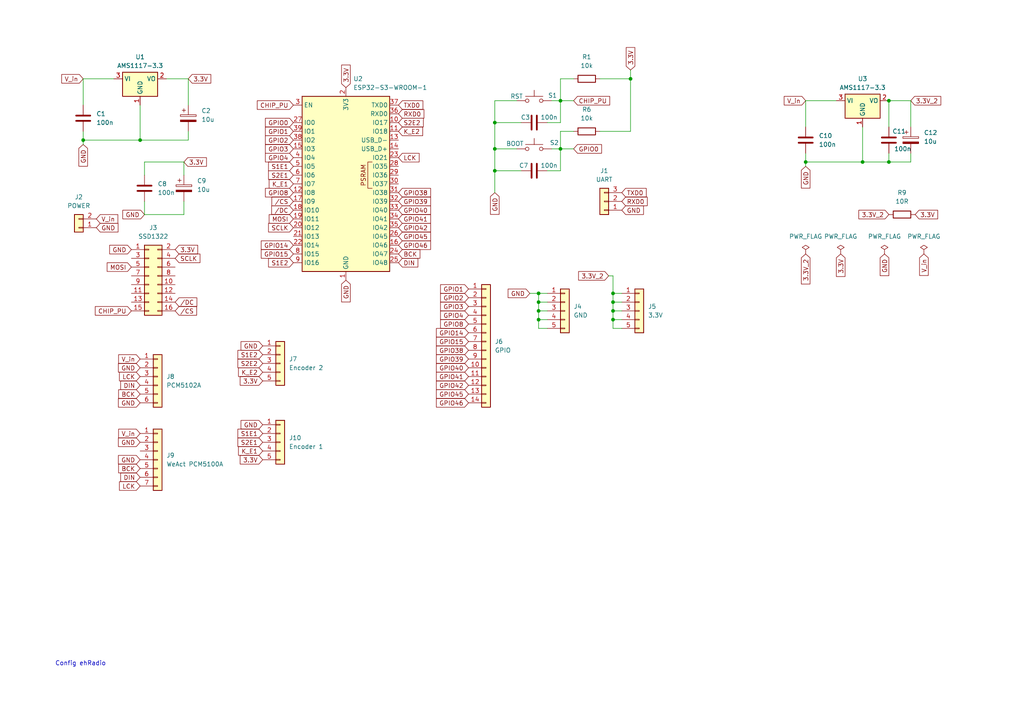
<source format=kicad_sch>
(kicad_sch (version 20250114) (generator "eeschema") (generator_version "9.0")
  (paper "A4")
  (title_block (title "YoRadio PCB"))
  (lib_symbols
    (symbol "Connector_Generic:Conn_01x02" (pin_names (offset 1.016) (hide yes))
      (property "Reference" "J" (at 0 2.54 0))
      (property "Value" "Conn_01x02" (at 0 -5.08 0))
      (symbol "Conn_01x02_1_1"
        (rectangle (start -1.27 1.27) (end 1.27 -3.81) (stroke (width 0.254)) (fill (type background)))
        (rectangle (start -1.27 0.127) (end 0 -0.127) (stroke (width 0.1524)))
        (rectangle (start -1.27 -2.413) (end 0 -2.667) (stroke (width 0.1524)))
        (pin passive line (at -5.08 0 0) (length 3.81) (name "Pin_1") (number "1"))
        (pin passive line (at -5.08 -2.54 0) (length 3.81) (name "Pin_2") (number "2"))
      )
    )
    (symbol "Connector_Generic:Conn_01x03" (pin_names (offset 1.016) (hide yes))
      (property "Reference" "J" (at 0 5.08 0))
      (property "Value" "Conn_01x03" (at 0 -5.08 0))
      (symbol "Conn_01x03_1_1"
        (rectangle (start -1.27 3.81) (end 1.27 -3.81) (stroke (width 0.254)) (fill (type background)))
        (rectangle (start -1.27 2.667) (end 0 2.413) (stroke (width 0.1524)))
        (rectangle (start -1.27 0.127) (end 0 -0.127) (stroke (width 0.1524)))
        (rectangle (start -1.27 -2.413) (end 0 -2.667) (stroke (width 0.1524)))
        (pin passive line (at -5.08 2.54 0) (length 3.81) (name "Pin_1") (number "1"))
        (pin passive line (at -5.08 0 0) (length 3.81) (name "Pin_2") (number "2"))
        (pin passive line (at -5.08 -2.54 0) (length 3.81) (name "Pin_3") (number "3"))
      )
    )
    (symbol "Connector_Generic:Conn_01x05" (pin_names (offset 1.016) (hide yes))
      (property "Reference" "J" (at 0 7.62 0))
      (property "Value" "Conn_01x05" (at 0 -7.62 0))
      (symbol "Conn_01x05_1_1"
        (rectangle (start -1.27 6.35) (end 1.27 -6.35) (stroke (width 0.254)) (fill (type background)))
        (rectangle (start -1.27 5.207) (end 0 4.953) (stroke (width 0.1524)))
        (rectangle (start -1.27 2.667) (end 0 2.413) (stroke (width 0.1524)))
        (rectangle (start -1.27 0.127) (end 0 -0.127) (stroke (width 0.1524)))
        (rectangle (start -1.27 -2.413) (end 0 -2.667) (stroke (width 0.1524)))
        (rectangle (start -1.27 -4.953) (end 0 -5.207) (stroke (width 0.1524)))
        (pin passive line (at -5.08 5.08 0) (length 3.81) (name "Pin_1") (number "1"))
        (pin passive line (at -5.08 2.54 0) (length 3.81) (name "Pin_2") (number "2"))
        (pin passive line (at -5.08 0 0) (length 3.81) (name "Pin_3") (number "3"))
        (pin passive line (at -5.08 -2.54 0) (length 3.81) (name "Pin_4") (number "4"))
        (pin passive line (at -5.08 -5.08 0) (length 3.81) (name "Pin_5") (number "5"))
      )
    )
    (symbol "Connector_Generic:Conn_01x06" (pin_names (offset 1.016) (hide yes))
      (property "Reference" "J" (at 0 7.62 0))
      (property "Value" "Conn_01x06" (at 0 -10.16 0))
      (symbol "Conn_01x06_1_1"
        (rectangle (start -1.27 6.35) (end 1.27 -8.89) (stroke (width 0.254)) (fill (type background)))
        (rectangle (start -1.27 5.207) (end 0 4.953) (stroke (width 0.1524)))
        (rectangle (start -1.27 2.667) (end 0 2.413) (stroke (width 0.1524)))
        (rectangle (start -1.27 0.127) (end 0 -0.127) (stroke (width 0.1524)))
        (rectangle (start -1.27 -2.413) (end 0 -2.667) (stroke (width 0.1524)))
        (rectangle (start -1.27 -4.953) (end 0 -5.207) (stroke (width 0.1524)))
        (rectangle (start -1.27 -7.493) (end 0 -7.747) (stroke (width 0.1524)))
        (pin passive line (at -5.08 5.08 0) (length 3.81) (name "Pin_1") (number "1"))
        (pin passive line (at -5.08 2.54 0) (length 3.81) (name "Pin_2") (number "2"))
        (pin passive line (at -5.08 0 0) (length 3.81) (name "Pin_3") (number "3"))
        (pin passive line (at -5.08 -2.54 0) (length 3.81) (name "Pin_4") (number "4"))
        (pin passive line (at -5.08 -5.08 0) (length 3.81) (name "Pin_5") (number "5"))
        (pin passive line (at -5.08 -7.62 0) (length 3.81) (name "Pin_6") (number "6"))
      )
    )
    (symbol "Connector_Generic:Conn_01x07" (pin_names (offset 1.016) (hide yes))
      (property "Reference" "J" (at 0 10.16 0))
      (property "Value" "Conn_01x07" (at 0 -10.16 0))
      (symbol "Conn_01x07_1_1"
        (rectangle (start -1.27 8.89) (end 1.27 -8.89) (stroke (width 0.254)) (fill (type background)))
        (rectangle (start -1.27 7.747) (end 0 7.493) (stroke (width 0.1524)))
        (rectangle (start -1.27 5.207) (end 0 4.953) (stroke (width 0.1524)))
        (rectangle (start -1.27 2.667) (end 0 2.413) (stroke (width 0.1524)))
        (rectangle (start -1.27 0.127) (end 0 -0.127) (stroke (width 0.1524)))
        (rectangle (start -1.27 -2.413) (end 0 -2.667) (stroke (width 0.1524)))
        (rectangle (start -1.27 -4.953) (end 0 -5.207) (stroke (width 0.1524)))
        (rectangle (start -1.27 -7.493) (end 0 -7.747) (stroke (width 0.1524)))
        (pin passive line (at -5.08 7.62 0) (length 3.81) (name "Pin_1") (number "1"))
        (pin passive line (at -5.08 5.08 0) (length 3.81) (name "Pin_2") (number "2"))
        (pin passive line (at -5.08 2.54 0) (length 3.81) (name "Pin_3") (number "3"))
        (pin passive line (at -5.08 0 0) (length 3.81) (name "Pin_4") (number "4"))
        (pin passive line (at -5.08 -2.54 0) (length 3.81) (name "Pin_5") (number "5"))
        (pin passive line (at -5.08 -5.08 0) (length 3.81) (name "Pin_6") (number "6"))
        (pin passive line (at -5.08 -7.62 0) (length 3.81) (name "Pin_7") (number "7"))
      )
    )
    (symbol "Connector_Generic:Conn_01x14" (pin_names (offset 1.016) (hide yes))
      (property "Reference" "J" (at 0 17.78 0))
      (property "Value" "Conn_01x14" (at 0 -20.32 0))
      (symbol "Conn_01x14_1_1"
        (rectangle (start -1.27 16.51) (end 1.27 -19.05) (stroke (width 0.254)) (fill (type background)))
        (rectangle (start -1.27 15.367) (end 0 15.113) (stroke (width 0.1524)))
        (rectangle (start -1.27 12.827) (end 0 12.573) (stroke (width 0.1524)))
        (rectangle (start -1.27 10.287) (end 0 10.033) (stroke (width 0.1524)))
        (rectangle (start -1.27 7.747) (end 0 7.493) (stroke (width 0.1524)))
        (rectangle (start -1.27 5.207) (end 0 4.953) (stroke (width 0.1524)))
        (rectangle (start -1.27 2.667) (end 0 2.413) (stroke (width 0.1524)))
        (rectangle (start -1.27 0.127) (end 0 -0.127) (stroke (width 0.1524)))
        (rectangle (start -1.27 -2.413) (end 0 -2.667) (stroke (width 0.1524)))
        (rectangle (start -1.27 -4.953) (end 0 -5.207) (stroke (width 0.1524)))
        (rectangle (start -1.27 -7.493) (end 0 -7.747) (stroke (width 0.1524)))
        (rectangle (start -1.27 -10.033) (end 0 -10.287) (stroke (width 0.1524)))
        (rectangle (start -1.27 -12.573) (end 0 -12.827) (stroke (width 0.1524)))
        (rectangle (start -1.27 -15.113) (end 0 -15.367) (stroke (width 0.1524)))
        (rectangle (start -1.27 -17.653) (end 0 -17.907) (stroke (width 0.1524)))
        (pin passive line (at -5.08 15.24 0) (length 3.81) (name "Pin_1") (number "1"))
        (pin passive line (at -5.08 12.7 0) (length 3.81) (name "Pin_2") (number "2"))
        (pin passive line (at -5.08 10.16 0) (length 3.81) (name "Pin_3") (number "3"))
        (pin passive line (at -5.08 7.62 0) (length 3.81) (name "Pin_4") (number "4"))
        (pin passive line (at -5.08 5.08 0) (length 3.81) (name "Pin_5") (number "5"))
        (pin passive line (at -5.08 2.54 0) (length 3.81) (name "Pin_6") (number "6"))
        (pin passive line (at -5.08 0 0) (length 3.81) (name "Pin_7") (number "7"))
        (pin passive line (at -5.08 -2.54 0) (length 3.81) (name "Pin_8") (number "8"))
        (pin passive line (at -5.08 -5.08 0) (length 3.81) (name "Pin_9") (number "9"))
        (pin passive line (at -5.08 -7.62 0) (length 3.81) (name "Pin_10") (number "10"))
        (pin passive line (at -5.08 -10.16 0) (length 3.81) (name "Pin_11") (number "11"))
        (pin passive line (at -5.08 -12.7 0) (length 3.81) (name "Pin_12") (number "12"))
        (pin passive line (at -5.08 -15.24 0) (length 3.81) (name "Pin_13") (number "13"))
        (pin passive line (at -5.08 -17.78 0) (length 3.81) (name "Pin_14") (number "14"))
      )
    )
    (symbol "Connector_Generic:Conn_02x08_Odd_Even" (pin_names (offset 1.016) (hide yes))
      (property "Reference" "J" (at 1.27 10.16 0))
      (property "Value" "Conn_02x08_Odd_Even" (at 1.27 -12.7 0))
      (symbol "Conn_02x08_Odd_Even_1_1"
        (rectangle (start -1.27 8.89) (end 3.81 -11.43) (stroke (width 0.254)) (fill (type background)))
        (rectangle (start -1.27 7.747) (end 0 7.493) (stroke (width 0.1524)))
        (rectangle (start -1.27 5.207) (end 0 4.953) (stroke (width 0.1524)))
        (rectangle (start -1.27 2.667) (end 0 2.413) (stroke (width 0.1524)))
        (rectangle (start -1.27 0.127) (end 0 -0.127) (stroke (width 0.1524)))
        (rectangle (start -1.27 -2.413) (end 0 -2.667) (stroke (width 0.1524)))
        (rectangle (start -1.27 -4.953) (end 0 -5.207) (stroke (width 0.1524)))
        (rectangle (start -1.27 -7.493) (end 0 -7.747) (stroke (width 0.1524)))
        (rectangle (start -1.27 -10.033) (end 0 -10.287) (stroke (width 0.1524)))
        (rectangle (start 3.81 7.747) (end 2.54 7.493) (stroke (width 0.1524)))
        (rectangle (start 3.81 5.207) (end 2.54 4.953) (stroke (width 0.1524)))
        (rectangle (start 3.81 2.667) (end 2.54 2.413) (stroke (width 0.1524)))
        (rectangle (start 3.81 0.127) (end 2.54 -0.127) (stroke (width 0.1524)))
        (rectangle (start 3.81 -2.413) (end 2.54 -2.667) (stroke (width 0.1524)))
        (rectangle (start 3.81 -4.953) (end 2.54 -5.207) (stroke (width 0.1524)))
        (rectangle (start 3.81 -7.493) (end 2.54 -7.747) (stroke (width 0.1524)))
        (rectangle (start 3.81 -10.033) (end 2.54 -10.287) (stroke (width 0.1524)))
        (pin passive line (at -5.08 7.62 0) (length 3.81) (name "Pin_1") (number "1"))
        (pin passive line (at -5.08 5.08 0) (length 3.81) (name "Pin_3") (number "3"))
        (pin passive line (at -5.08 2.54 0) (length 3.81) (name "Pin_5") (number "5"))
        (pin passive line (at -5.08 0 0) (length 3.81) (name "Pin_7") (number "7"))
        (pin passive line (at -5.08 -2.54 0) (length 3.81) (name "Pin_9") (number "9"))
        (pin passive line (at -5.08 -5.08 0) (length 3.81) (name "Pin_11") (number "11"))
        (pin passive line (at -5.08 -7.62 0) (length 3.81) (name "Pin_13") (number "13"))
        (pin passive line (at -5.08 -10.16 0) (length 3.81) (name "Pin_15") (number "15"))
        (pin passive line (at 7.62 7.62 180) (length 3.81) (name "Pin_2") (number "2"))
        (pin passive line (at 7.62 5.08 180) (length 3.81) (name "Pin_4") (number "4"))
        (pin passive line (at 7.62 2.54 180) (length 3.81) (name "Pin_6") (number "6"))
        (pin passive line (at 7.62 0 180) (length 3.81) (name "Pin_8") (number "8"))
        (pin passive line (at 7.62 -2.54 180) (length 3.81) (name "Pin_10") (number "10"))
        (pin passive line (at 7.62 -5.08 180) (length 3.81) (name "Pin_12") (number "12"))
        (pin passive line (at 7.62 -7.62 180) (length 3.81) (name "Pin_14") (number "14"))
        (pin passive line (at 7.62 -10.16 180) (length 3.81) (name "Pin_16") (number "16"))
      )
    )
    (symbol "Device:C" (pin_numbers (hide yes)) (pin_names (offset 0.254))
      (property "Reference" "C" (at 0.635 2.54 0))
      (property "Value" "C" (at 0.635 -2.54 0))
      (symbol "C_0_1"
        (polyline (pts (xy -2.032 0.762) (xy 2.032 0.762)) (stroke (width 0.508)))
        (polyline (pts (xy -2.032 -0.762) (xy 2.032 -0.762)) (stroke (width 0.508)))
      )
      (symbol "C_1_1"
        (pin passive line (at 0 3.81 270) (length 2.794) (name "~") (number "1"))
        (pin passive line (at 0 -3.81 90) (length 2.794) (name "~") (number "2"))
      )
    )
    (symbol "Device:C_Polarized" (pin_numbers (hide yes)) (pin_names (offset 0.254))
      (property "Reference" "C" (at 0.635 2.54 0))
      (property "Value" "C_Polarized" (at 0.635 -2.54 0))
      (symbol "C_Polarized_0_1"
        (rectangle (start -2.286 0.508) (end 2.286 1.016))
        (polyline (pts (xy -1.778 2.286) (xy -0.762 2.286)))
        (polyline (pts (xy -1.27 2.794) (xy -1.27 1.778)))
        (rectangle (start 2.286 -0.508) (end -2.286 -1.016) (fill (type outline)))
      )
      (symbol "C_Polarized_1_1"
        (pin passive line (at 0 3.81 270) (length 2.794) (name "~") (number "1"))
        (pin passive line (at 0 -3.81 90) (length 2.794) (name "~") (number "2"))
      )
    )
    (symbol "Device:R" (pin_numbers (hide yes)) (pin_names (offset 0))
      (property "Reference" "R" (at 2.032 0 90))
      (property "Value" "R" (at 0 0 90))
      (symbol "R_0_1"
        (rectangle (start -1.016 -2.54) (end 1.016 2.54) (stroke (width 0.254)))
      )
      (symbol "R_1_1"
        (pin passive line (at 0 3.81 270) (length 1.27) (name "~") (number "1"))
        (pin passive line (at 0 -3.81 90) (length 1.27) (name "~") (number "2"))
      )
    )
    (symbol "RF_Module:ESP32-S3-WROOM-1"
      (property "Reference" "U" (at -12.7 26.67 0))
      (property "Value" "ESP32-S3-WROOM-1" (at 12.7 26.67 0))
      (symbol "ESP32-S3-WROOM-1_0_0"
        (rectangle (start -12.7 25.4) (end 12.7 -25.4) (stroke (width 0.254)) (fill (type background)))
        (text "PSRAM" (at 5.08 2.54 900) (effects (font (size 1.27 1.27))))
      )
      (symbol "ESP32-S3-WROOM-1_0_1"
        (polyline (pts (xy 7.62 -1.27) (xy 6.35 -1.27) (xy 6.35 6.35) (xy 7.62 6.35)))
      )
      (symbol "ESP32-S3-WROOM-1_1_1"
        (pin input line (at -15.24 22.86 0) (length 2.54) (name "EN") (number "3"))
        (pin bidirectional line (at -15.24 17.78 0) (length 2.54) (name "IO0") (number "27"))
        (pin bidirectional line (at -15.24 15.24 0) (length 2.54) (name "IO1") (number "39"))
        (pin bidirectional line (at -15.24 12.7 0) (length 2.54) (name "IO2") (number "38"))
        (pin bidirectional line (at -15.24 10.16 0) (length 2.54) (name "IO3") (number "15"))
        (pin bidirectional line (at -15.24 7.62 0) (length 2.54) (name "IO4") (number "4"))
        (pin bidirectional line (at -15.24 5.08 0) (length 2.54) (name "IO5") (number "5"))
        (pin bidirectional line (at -15.24 2.54 0) (length 2.54) (name "IO6") (number "6"))
        (pin bidirectional line (at -15.24 0 0) (length 2.54) (name "IO7") (number "7"))
        (pin bidirectional line (at -15.24 -2.54 0) (length 2.54) (name "IO8") (number "12"))
        (pin bidirectional line (at -15.24 -5.08 0) (length 2.54) (name "IO9") (number "17"))
        (pin bidirectional line (at -15.24 -7.62 0) (length 2.54) (name "IO10") (number "18"))
        (pin bidirectional line (at -15.24 -10.16 0) (length 2.54) (name "IO11") (number "19"))
        (pin bidirectional line (at -15.24 -12.7 0) (length 2.54) (name "IO12") (number "20"))
        (pin bidirectional line (at -15.24 -15.24 0) (length 2.54) (name "IO13") (number "21"))
        (pin bidirectional line (at -15.24 -17.78 0) (length 2.54) (name "IO14") (number "22"))
        (pin bidirectional line (at -15.24 -20.32 0) (length 2.54) (name "IO15") (number "8"))
        (pin bidirectional line (at -15.24 -22.86 0) (length 2.54) (name "IO16") (number "9"))
        (pin power_in line (at 0 27.94 270) (length 2.54) (name "3V3") (number "2"))
        (pin power_in line (at 0 -27.94 90) (length 2.54) (name "GND") (number "1"))
        (pin passive line (at 0 -27.94 90) (length 2.54) (hide yes) (name "GND") (number "40"))
        (pin passive line (at 0 -27.94 90) (length 2.54) (hide yes) (name "GND") (number "41"))
        (pin bidirectional line (at 15.24 22.86 180) (length 2.54) (name "TXD0") (number "37"))
        (pin bidirectional line (at 15.24 20.32 180) (length 2.54) (name "RXD0") (number "36"))
        (pin bidirectional line (at 15.24 17.78 180) (length 2.54) (name "IO17") (number "10"))
        (pin bidirectional line (at 15.24 15.24 180) (length 2.54) (name "IO18") (number "11"))
        (pin bidirectional line (at 15.24 12.7 180) (length 2.54) (name "USB_D-") (number "13"))
        (pin bidirectional line (at 15.24 10.16 180) (length 2.54) (name "USB_D+") (number "14"))
        (pin bidirectional line (at 15.24 7.62 180) (length 2.54) (name "IO21") (number "23"))
        (pin bidirectional line (at 15.24 5.08 180) (length 2.54) (name "IO35") (number "28"))
        (pin bidirectional line (at 15.24 2.54 180) (length 2.54) (name "IO36") (number "29"))
        (pin bidirectional line (at 15.24 0 180) (length 2.54) (name "IO37") (number "30"))
        (pin bidirectional line (at 15.24 -2.54 180) (length 2.54) (name "IO38") (number "31"))
        (pin bidirectional line (at 15.24 -5.08 180) (length 2.54) (name "IO39") (number "32"))
        (pin bidirectional line (at 15.24 -7.62 180) (length 2.54) (name "IO40") (number "33"))
        (pin bidirectional line (at 15.24 -10.16 180) (length 2.54) (name "IO41") (number "34"))
        (pin bidirectional line (at 15.24 -12.7 180) (length 2.54) (name "IO42") (number "35"))
        (pin bidirectional line (at 15.24 -15.24 180) (length 2.54) (name "IO45") (number "26"))
        (pin bidirectional line (at 15.24 -17.78 180) (length 2.54) (name "IO46") (number "16"))
        (pin bidirectional line (at 15.24 -20.32 180) (length 2.54) (name "IO47") (number "24"))
        (pin bidirectional line (at 15.24 -22.86 180) (length 2.54) (name "IO48") (number "25"))
      )
    )
    (symbol "Regulator_Linear:AMS1117-3.3"
      (property "Reference" "U" (at -3.81 3.175 0))
      (property "Value" "AMS1117-3.3" (at 0 3.175 0))
      (symbol "AMS1117-3.3_0_1"
        (rectangle (start -5.08 -5.08) (end 5.08 1.905) (stroke (width 0.254)) (fill (type background)))
      )
      (symbol "AMS1117-3.3_1_1"
        (pin power_in line (at -7.62 0 0) (length 2.54) (name "VI") (number "3"))
        (pin power_in line (at 0 -7.62 90) (length 2.54) (name "GND") (number "1"))
        (pin power_out line (at 7.62 0 180) (length 2.54) (name "VO") (number "2"))
      )
    )
    (symbol "Switch:SW_Push" (pin_numbers (hide yes)) (pin_names (offset 1.016) (hide yes))
      (property "Reference" "SW" (at 1.27 2.54 0))
      (property "Value" "SW_Push" (at 0 -1.524 0))
      (symbol "SW_Push_0_1"
        (circle (center -2.032 0) (radius 0.508))
        (polyline (pts (xy 0 1.27) (xy 0 3.048)))
        (circle (center 2.032 0) (radius 0.508))
        (polyline (pts (xy 2.54 1.27) (xy -2.54 1.27)))
        (pin passive line (at -5.08 0 0) (length 2.54) (name "1") (number "1"))
        (pin passive line (at 5.08 0 180) (length 2.54) (name "2") (number "2"))
      )
    )
    (symbol "power:PWR_FLAG" (power) (pin_numbers (hide yes)) (pin_names (offset 0) (hide yes))
      (property "Value" "PWR_FLAG" (at 0 3.81 0))
      (symbol "PWR_FLAG_0_0"
        (pin power_out line (at 0 0 90) (length 0) (name "~") (number "1"))
      )
      (symbol "PWR_FLAG_0_1"
        (polyline (pts (xy 0 0) (xy 0 1.27) (xy -1.016 1.905) (xy 0 2.54) (xy 1.016 1.905) (xy 0 1.27)))
      )
    )
  )
  (text "Config ehRadio" (at 23.368 192.532 0) (effects (font (size 1.27 1.27))))
  (junction (at 156.21 92.71))
  (junction (at 162.56 43.18))
  (junction (at 257.81 29.21))
  (junction (at 250.19 46.99))
  (junction (at 233.68 46.99))
  (junction (at 156.21 90.17))
  (junction (at 156.21 85.09))
  (junction (at 143.51 49.53))
  (junction (at 177.8 90.17))
  (junction (at 156.21 87.63))
  (junction (at 24.13 40.64))
  (junction (at 40.64 40.64))
  (junction (at 162.56 29.21))
  (junction (at 257.81 46.99))
  (junction (at 177.8 87.63))
  (junction (at 182.88 22.86))
  (junction (at 177.8 92.71))
  (junction (at 143.51 43.18))
  (junction (at 177.8 85.09))
  (junction (at 143.51 35.56))
  (wire (pts (xy 162.56 22.86) (xy 162.56 29.21)))
  (wire (pts (xy 162.56 35.56) (xy 162.56 29.21)))
  (wire (pts (xy 54.61 40.64) (xy 40.64 40.64)))
  (wire (pts (xy 143.51 35.56) (xy 151.13 35.56)))
  (wire (pts (xy 143.51 43.18) (xy 143.51 49.53)))
  (wire (pts (xy 257.81 29.21) (xy 257.81 36.83)))
  (wire (pts (xy 158.75 35.56) (xy 162.56 35.56)))
  (wire (pts (xy 153.67 85.09) (xy 156.21 85.09)))
  (wire (pts (xy 149.86 29.21) (xy 143.51 29.21)))
  (wire (pts (xy 160.02 29.21) (xy 162.56 29.21)))
  (wire (pts (xy 177.8 80.01) (xy 177.8 85.09)))
  (wire (pts (xy 257.81 44.45) (xy 257.81 46.99)))
  (wire (pts (xy 166.37 22.86) (xy 162.56 22.86)))
  (wire (pts (xy 176.53 80.01) (xy 177.8 80.01)))
  (wire (pts (xy 53.34 62.23) (xy 53.34 58.42)))
  (wire (pts (xy 177.8 90.17) (xy 177.8 92.71)))
  (wire (pts (xy 41.91 46.99) (xy 53.34 46.99)))
  (wire (pts (xy 24.13 40.64) (xy 24.13 41.91)))
  (wire (pts (xy 41.91 62.23) (xy 53.34 62.23)))
  (wire (pts (xy 177.8 85.09) (xy 180.34 85.09)))
  (wire (pts (xy 54.61 38.1) (xy 54.61 40.64)))
  (wire (pts (xy 162.56 49.53) (xy 162.56 43.18)))
  (wire (pts (xy 143.51 29.21) (xy 143.51 35.56)))
  (wire (pts (xy 177.8 85.09) (xy 177.8 87.63)))
  (wire (pts (xy 156.21 95.25) (xy 156.21 92.71)))
  (wire (pts (xy 24.13 22.86) (xy 33.02 22.86)))
  (wire (pts (xy 177.8 92.71) (xy 177.8 95.25)))
  (wire (pts (xy 156.21 85.09) (xy 158.75 85.09)))
  (wire (pts (xy 177.8 87.63) (xy 177.8 90.17)))
  (wire (pts (xy 233.68 29.21) (xy 242.57 29.21)))
  (wire (pts (xy 156.21 90.17) (xy 156.21 87.63)))
  (wire (pts (xy 250.19 46.99) (xy 233.68 46.99)))
  (wire (pts (xy 156.21 85.09) (xy 156.21 87.63)))
  (wire (pts (xy 233.68 46.99) (xy 233.68 48.26)))
  (wire (pts (xy 156.21 92.71) (xy 158.75 92.71)))
  (wire (pts (xy 24.13 38.1) (xy 24.13 40.64)))
  (wire (pts (xy 177.8 92.71) (xy 180.34 92.71)))
  (wire (pts (xy 264.16 29.21) (xy 264.16 36.83)))
  (wire (pts (xy 162.56 29.21) (xy 166.37 29.21)))
  (wire (pts (xy 264.16 46.99) (xy 257.81 46.99)))
  (wire (pts (xy 158.75 95.25) (xy 156.21 95.25)))
  (wire (pts (xy 143.51 49.53) (xy 151.13 49.53)))
  (wire (pts (xy 250.19 36.83) (xy 250.19 46.99)))
  (wire (pts (xy 233.68 36.83) (xy 233.68 29.21)))
  (wire (pts (xy 173.99 38.1) (xy 182.88 38.1)))
  (wire (pts (xy 257.81 46.99) (xy 250.19 46.99)))
  (wire (pts (xy 264.16 29.21) (xy 257.81 29.21)))
  (wire (pts (xy 162.56 43.18) (xy 166.37 43.18)))
  (wire (pts (xy 177.8 87.63) (xy 180.34 87.63)))
  (wire (pts (xy 160.02 43.18) (xy 162.56 43.18)))
  (wire (pts (xy 54.61 22.86) (xy 54.61 30.48)))
  (wire (pts (xy 177.8 95.25) (xy 180.34 95.25)))
  (wire (pts (xy 54.61 22.86) (xy 48.26 22.86)))
  (wire (pts (xy 156.21 90.17) (xy 158.75 90.17)))
  (wire (pts (xy 158.75 49.53) (xy 162.56 49.53)))
  (wire (pts (xy 182.88 20.32) (xy 182.88 22.86)))
  (wire (pts (xy 264.16 44.45) (xy 264.16 46.99)))
  (wire (pts (xy 24.13 30.48) (xy 24.13 22.86)))
  (wire (pts (xy 41.91 50.8) (xy 41.91 46.99)))
  (wire (pts (xy 158.75 87.63) (xy 156.21 87.63)))
  (wire (pts (xy 143.51 43.18) (xy 149.86 43.18)))
  (wire (pts (xy 40.64 30.48) (xy 40.64 40.64)))
  (wire (pts (xy 233.68 44.45) (xy 233.68 46.99)))
  (wire (pts (xy 177.8 90.17) (xy 180.34 90.17)))
  (wire (pts (xy 143.51 35.56) (xy 143.51 43.18)))
  (wire (pts (xy 156.21 92.71) (xy 156.21 90.17)))
  (wire (pts (xy 53.34 46.99) (xy 53.34 50.8)))
  (wire (pts (xy 182.88 22.86) (xy 173.99 22.86)))
  (wire (pts (xy 40.64 40.64) (xy 24.13 40.64)))
  (wire (pts (xy 143.51 49.53) (xy 143.51 55.88)))
  (wire (pts (xy 41.91 58.42) (xy 41.91 62.23)))
  (wire (pts (xy 162.56 38.1) (xy 162.56 43.18)))
  (wire (pts (xy 166.37 38.1) (xy 162.56 38.1)))
  (wire (pts (xy 182.88 38.1) (xy 182.88 22.86)))
  (global_label "GPIO39" (shape input) (at 115.57 58.42 0) (property "Intersheetrefs" "${INTERSHEET_REFS}" (effects (hide yes))))
  (global_label "GND" (shape input) (at 27.94 66.04 0) (property "Intersheetrefs" "${INTERSHEET_REFS}" (effects (hide yes))))
  (global_label "GND" (shape input) (at 143.51 55.88 270) (property "Intersheetrefs" "${INTERSHEET_REFS}" (effects (hide yes))))
  (global_label "3.3V" (shape input) (at 76.2 110.49 180) (property "Intersheetrefs" "${INTERSHEET_REFS}" (effects (hide yes))))
  (global_label "V_in" (shape input) (at 40.64 104.14 180) (property "Intersheetrefs" "${INTERSHEET_REFS}" (effects (hide yes))))
  (global_label "GPIO46" (shape input) (at 115.57 71.12 0) (property "Intersheetrefs" "${INTERSHEET_REFS}" (effects (hide yes))))
  (global_label "GND" (shape input) (at 233.68 48.26 270) (property "Intersheetrefs" "${INTERSHEET_REFS}" (effects (hide yes))))
  (global_label "LCK" (shape input) (at 40.64 140.97 180) (property "Intersheetrefs" "${INTERSHEET_REFS}" (effects (hide yes))))
  (global_label "GND" (shape input) (at 41.91 62.23 180) (property "Intersheetrefs" "${INTERSHEET_REFS}" (effects (hide yes))))
  (global_label "GPIO15" (shape input) (at 135.89 99.06 180) (property "Intersheetrefs" "${INTERSHEET_REFS}" (effects (hide yes))))
  (global_label "GPIO8" (shape input) (at 85.09 55.88 180) (property "Intersheetrefs" "${INTERSHEET_REFS}" (effects (hide yes))))
  (global_label "GPIO15" (shape input) (at 85.09 73.66 180) (property "Intersheetrefs" "${INTERSHEET_REFS}" (effects (hide yes))))
  (global_label "GPIO0" (shape input) (at 166.37 43.18 0) (property "Intersheetrefs" "${INTERSHEET_REFS}" (effects (hide yes))))
  (global_label "GND" (shape input) (at 40.64 133.35 180) (property "Intersheetrefs" "${INTERSHEET_REFS}" (effects (hide yes))))
  (global_label "3.3V" (shape input) (at 54.61 22.86 0) (property "Intersheetrefs" "${INTERSHEET_REFS}" (effects (hide yes))))
  (global_label "GPIO3" (shape input) (at 135.89 88.9 180) (property "Intersheetrefs" "${INTERSHEET_REFS}" (effects (hide yes))))
  (global_label "GPIO41" (shape input) (at 115.57 63.5 0) (property "Intersheetrefs" "${INTERSHEET_REFS}" (effects (hide yes))))
  (global_label "{slash}DC" (shape input) (at 85.09 60.96 180) (property "Intersheetrefs" "${INTERSHEET_REFS}" (effects (hide yes))))
  (global_label "DIN" (shape input) (at 40.64 111.76 180) (property "Intersheetrefs" "${INTERSHEET_REFS}" (effects (hide yes))))
  (global_label "GND" (shape input) (at 256.54 73.66 270) (property "Intersheetrefs" "${INTERSHEET_REFS}" (effects (hide yes))))
  (global_label "CHIP_PU" (shape input) (at 85.09 30.48 180) (property "Intersheetrefs" "${INTERSHEET_REFS}" (effects (hide yes))))
  (global_label "K_E1" (shape input) (at 76.2 130.81 180) (property "Intersheetrefs" "${INTERSHEET_REFS}" (effects (hide yes))))
  (global_label "S2E2" (shape input) (at 76.2 105.41 180) (property "Intersheetrefs" "${INTERSHEET_REFS}" (effects (hide yes))))
  (global_label "RXD0" (shape input) (at 115.57 33.02 0) (property "Intersheetrefs" "${INTERSHEET_REFS}" (effects (hide yes))))
  (global_label "V_in" (shape input) (at 40.64 125.73 180) (property "Intersheetrefs" "${INTERSHEET_REFS}" (effects (hide yes))))
  (global_label "CHIP_PU" (shape input) (at 38.1 90.17 180) (property "Intersheetrefs" "${INTERSHEET_REFS}" (effects (hide yes))))
  (global_label "GPIO46" (shape input) (at 135.89 116.84 180) (property "Intersheetrefs" "${INTERSHEET_REFS}" (effects (hide yes))))
  (global_label "GPIO39" (shape input) (at 135.89 104.14 180) (property "Intersheetrefs" "${INTERSHEET_REFS}" (effects (hide yes))))
  (global_label "3.3V_2" (shape input) (at 257.81 62.23 180) (property "Intersheetrefs" "${INTERSHEET_REFS}" (effects (hide yes))))
  (global_label "3.3V" (shape input) (at 50.8 72.39 0) (property "Intersheetrefs" "${INTERSHEET_REFS}" (effects (hide yes))))
  (global_label "GPIO14" (shape input) (at 85.09 71.12 180) (property "Intersheetrefs" "${INTERSHEET_REFS}" (effects (hide yes))))
  (global_label "GPIO0" (shape input) (at 85.09 35.56 180) (property "Intersheetrefs" "${INTERSHEET_REFS}" (effects (hide yes))))
  (global_label "CHIP_PU" (shape input) (at 166.37 29.21 0) (property "Intersheetrefs" "${INTERSHEET_REFS}" (effects (hide yes))))
  (global_label "GND" (shape input) (at 40.64 106.68 180) (property "Intersheetrefs" "${INTERSHEET_REFS}" (effects (hide yes))))
  (global_label "RXD0" (shape input) (at 180.34 58.42 0) (property "Intersheetrefs" "${INTERSHEET_REFS}" (effects (hide yes))))
  (global_label "{slash}CS" (shape input) (at 50.8 90.17 0) (property "Intersheetrefs" "${INTERSHEET_REFS}" (effects (hide yes))))
  (global_label "GPIO45" (shape input) (at 115.57 68.58 0) (property "Intersheetrefs" "${INTERSHEET_REFS}" (effects (hide yes))))
  (global_label "V_in" (shape input) (at 24.13 22.86 180) (property "Intersheetrefs" "${INTERSHEET_REFS}" (effects (hide yes))))
  (global_label "GPIO3" (shape input) (at 85.09 43.18 180) (property "Intersheetrefs" "${INTERSHEET_REFS}" (effects (hide yes))))
  (global_label "3.3V_2" (shape input) (at 264.16 29.21 0) (property "Intersheetrefs" "${INTERSHEET_REFS}" (effects (hide yes))))
  (global_label "S1E1" (shape input) (at 76.2 125.73 180) (property "Intersheetrefs" "${INTERSHEET_REFS}" (effects (hide yes))))
  (global_label "GPIO14" (shape input) (at 135.89 96.52 180) (property "Intersheetrefs" "${INTERSHEET_REFS}" (effects (hide yes))))
  (global_label "S2E1" (shape input) (at 76.2 128.27 180) (property "Intersheetrefs" "${INTERSHEET_REFS}" (effects (hide yes))))
  (global_label "V_in" (shape input) (at 267.97 73.66 270) (property "Intersheetrefs" "${INTERSHEET_REFS}" (effects (hide yes))))
  (global_label "GPIO38" (shape input) (at 135.89 101.6 180) (property "Intersheetrefs" "${INTERSHEET_REFS}" (effects (hide yes))))
  (global_label "GPIO45" (shape input) (at 135.89 114.3 180) (property "Intersheetrefs" "${INTERSHEET_REFS}" (effects (hide yes))))
  (global_label "DIN" (shape input) (at 40.64 138.43 180) (property "Intersheetrefs" "${INTERSHEET_REFS}" (effects (hide yes))))
  (global_label "GPIO38" (shape input) (at 115.57 55.88 0) (property "Intersheetrefs" "${INTERSHEET_REFS}" (effects (hide yes))))
  (global_label "V_in" (shape input) (at 27.94 63.5 0) (property "Intersheetrefs" "${INTERSHEET_REFS}" (effects (hide yes))))
  (global_label "SCLK" (shape input) (at 50.8 74.93 0) (property "Intersheetrefs" "${INTERSHEET_REFS}" (effects (hide yes))))
  (global_label "GPIO4" (shape input) (at 85.09 45.72 180) (property "Intersheetrefs" "${INTERSHEET_REFS}" (effects (hide yes))))
  (global_label "V_in" (shape input) (at 233.68 29.21 180) (property "Intersheetrefs" "${INTERSHEET_REFS}" (effects (hide yes))))
  (global_label "MOSI" (shape input) (at 38.1 77.47 180) (property "Intersheetrefs" "${INTERSHEET_REFS}" (effects (hide yes))))
  (global_label "3.3V_2" (shape input) (at 233.68 73.66 270) (property "Intersheetrefs" "${INTERSHEET_REFS}" (effects (hide yes))))
  (global_label "LCK" (shape input) (at 40.64 109.22 180) (property "Intersheetrefs" "${INTERSHEET_REFS}" (effects (hide yes))))
  (global_label "GPIO2" (shape input) (at 85.09 40.64 180) (property "Intersheetrefs" "${INTERSHEET_REFS}" (effects (hide yes))))
  (global_label "GPIO2" (shape input) (at 135.89 86.36 180) (property "Intersheetrefs" "${INTERSHEET_REFS}" (effects (hide yes))))
  (global_label "S2E1" (shape input) (at 85.09 50.8 180) (property "Intersheetrefs" "${INTERSHEET_REFS}" (effects (hide yes))))
  (global_label "3.3V" (shape input) (at 53.34 46.99 0) (property "Intersheetrefs" "${INTERSHEET_REFS}" (effects (hide yes))))
  (global_label "GPIO42" (shape input) (at 115.57 66.04 0) (property "Intersheetrefs" "${INTERSHEET_REFS}" (effects (hide yes))))
  (global_label "GND" (shape input) (at 76.2 100.33 180) (property "Intersheetrefs" "${INTERSHEET_REFS}" (effects (hide yes))))
  (global_label "3.3V" (shape input) (at 76.2 133.35 180) (property "Intersheetrefs" "${INTERSHEET_REFS}" (effects (hide yes))))
  (global_label "GPIO42" (shape input) (at 135.89 111.76 180) (property "Intersheetrefs" "${INTERSHEET_REFS}" (effects (hide yes))))
  (global_label "GND" (shape input) (at 40.64 116.84 180) (property "Intersheetrefs" "${INTERSHEET_REFS}" (effects (hide yes))))
  (global_label "GPIO8" (shape input) (at 135.89 93.98 180) (property "Intersheetrefs" "${INTERSHEET_REFS}" (effects (hide yes))))
  (global_label "DIN" (shape input) (at 115.57 76.2 0) (property "Intersheetrefs" "${INTERSHEET_REFS}" (effects (hide yes))))
  (global_label "LCK" (shape input) (at 115.57 45.72 0) (property "Intersheetrefs" "${INTERSHEET_REFS}" (effects (hide yes))))
  (global_label "BCK" (shape input) (at 40.64 135.89 180) (property "Intersheetrefs" "${INTERSHEET_REFS}" (effects (hide yes))))
  (global_label "{slash}DC" (shape input) (at 50.8 87.63 0) (property "Intersheetrefs" "${INTERSHEET_REFS}" (effects (hide yes))))
  (global_label "GND" (shape input) (at 38.1 72.39 180) (property "Intersheetrefs" "${INTERSHEET_REFS}" (effects (hide yes))))
  (global_label "3.3V" (shape input) (at 100.33 25.4 90) (property "Intersheetrefs" "${INTERSHEET_REFS}" (effects (hide yes))))
  (global_label "MOSI" (shape input) (at 85.09 63.5 180) (property "Intersheetrefs" "${INTERSHEET_REFS}" (effects (hide yes))))
  (global_label "GPIO4" (shape input) (at 135.89 91.44 180) (property "Intersheetrefs" "${INTERSHEET_REFS}" (effects (hide yes))))
  (global_label "K_E2" (shape input) (at 115.57 38.1 0) (property "Intersheetrefs" "${INTERSHEET_REFS}" (effects (hide yes))))
  (global_label "BCK" (shape input) (at 115.57 73.66 0) (property "Intersheetrefs" "${INTERSHEET_REFS}" (effects (hide yes))))
  (global_label "K_E1" (shape input) (at 85.09 53.34 180) (property "Intersheetrefs" "${INTERSHEET_REFS}" (effects (hide yes))))
  (global_label "S1E1" (shape input) (at 85.09 48.26 180) (property "Intersheetrefs" "${INTERSHEET_REFS}" (effects (hide yes))))
  (global_label "GND" (shape input) (at 180.34 60.96 0) (property "Intersheetrefs" "${INTERSHEET_REFS}" (effects (hide yes))))
  (global_label "3.3V_2" (shape input) (at 176.53 80.01 180) (property "Intersheetrefs" "${INTERSHEET_REFS}" (effects (hide yes))))
  (global_label "GND" (shape input) (at 76.2 123.19 180) (property "Intersheetrefs" "${INTERSHEET_REFS}" (effects (hide yes))))
  (global_label "3.3V" (shape input) (at 243.84 73.66 270) (property "Intersheetrefs" "${INTERSHEET_REFS}" (effects (hide yes))))
  (global_label "GPIO1" (shape input) (at 85.09 38.1 180) (property "Intersheetrefs" "${INTERSHEET_REFS}" (effects (hide yes))))
  (global_label "3.3V" (shape input) (at 182.88 20.32 90) (property "Intersheetrefs" "${INTERSHEET_REFS}" (effects (hide yes))))
  (global_label "GND" (shape input) (at 153.67 85.09 180) (property "Intersheetrefs" "${INTERSHEET_REFS}" (effects (hide yes))))
  (global_label "TXD0" (shape input) (at 180.34 55.88 0) (property "Intersheetrefs" "${INTERSHEET_REFS}" (effects (hide yes))))
  (global_label "3.3V" (shape input) (at 265.43 62.23 0) (property "Intersheetrefs" "${INTERSHEET_REFS}" (effects (hide yes))))
  (global_label "{slash}CS" (shape input) (at 85.09 58.42 180) (property "Intersheetrefs" "${INTERSHEET_REFS}" (effects (hide yes))))
  (global_label "GPIO1" (shape input) (at 135.89 83.82 180) (property "Intersheetrefs" "${INTERSHEET_REFS}" (effects (hide yes))))
  (global_label "TXD0" (shape input) (at 115.57 30.48 0) (property "Intersheetrefs" "${INTERSHEET_REFS}" (effects (hide yes))))
  (global_label "BCK" (shape input) (at 40.64 114.3 180) (property "Intersheetrefs" "${INTERSHEET_REFS}" (effects (hide yes))))
  (global_label "S1E2" (shape input) (at 76.2 102.87 180) (property "Intersheetrefs" "${INTERSHEET_REFS}" (effects (hide yes))))
  (global_label "GND" (shape input) (at 100.33 81.28 270) (property "Intersheetrefs" "${INTERSHEET_REFS}" (effects (hide yes))))
  (global_label "K_E2" (shape input) (at 76.2 107.95 180) (property "Intersheetrefs" "${INTERSHEET_REFS}" (effects (hide yes))))
  (global_label "S1E2" (shape input) (at 85.09 76.2 180) (property "Intersheetrefs" "${INTERSHEET_REFS}" (effects (hide yes))))
  (global_label "GND" (shape input) (at 24.13 41.91 270) (property "Intersheetrefs" "${INTERSHEET_REFS}" (effects (hide yes))))
  (global_label "GPIO41" (shape input) (at 135.89 109.22 180) (property "Intersheetrefs" "${INTERSHEET_REFS}" (effects (hide yes))))
  (global_label "GND" (shape input) (at 40.64 128.27 180) (property "Intersheetrefs" "${INTERSHEET_REFS}" (effects (hide yes))))
  (global_label "S2E2" (shape input) (at 115.57 35.56 0) (property "Intersheetrefs" "${INTERSHEET_REFS}" (effects (hide yes))))
  (global_label "SCLK" (shape input) (at 85.09 66.04 180) (property "Intersheetrefs" "${INTERSHEET_REFS}" (effects (hide yes))))
  (global_label "GPIO40" (shape input) (at 135.89 106.68 180) (property "Intersheetrefs" "${INTERSHEET_REFS}" (effects (hide yes))))
  (global_label "GPIO40" (shape input) (at 115.57 60.96 0) (property "Intersheetrefs" "${INTERSHEET_REFS}" (effects (hide yes))))
  (symbol (lib_id "Device:C") (at 257.81 40.64 0) (unit 1)
    (property "Reference" "C11" (at 258.826 38.1 0) (effects (justify left)))
    (property "Value" "100n" (at 259.334 43.18 0) (effects (justify left)))
    (property "Footprint" "Capacitor_SMD:C_1206_3216Metric_Pad1.33x1.80mm_HandSolder" (effects (hide yes)))
    (property "Description" "Unpolarized capacitor" (effects (hide yes)))
  )
  (symbol (lib_id "RF_Module:ESP32-S3-WROOM-1") (at 100.33 53.34 0) (unit 1)
    (property "Reference" "U2" (at 102.4733 22.86 0) (effects (justify left)))
    (property "Value" "ESP32-S3-WROOM-1" (at 102.4733 25.4 0) (effects (justify left)))
    (property "Footprint" "RF_Module:ESP32-S3-WROOM-1" (effects (hide yes)))
    (property "Datasheet" "https://www.espressif.com/sites/default/files/documentation/esp32-s3-wroom-1_wroom-1u_datasheet_en.pdf" (effects (hide yes)))
    (property "Description" "RF Module, ESP32-S3 SoC, Wi-Fi 802.11b/g/n, Bluetooth, BLE, 32-bit, 3.3V, onboard antenna, SMD" (effects (hide yes)))
  )
  (symbol (lib_id "Device:C") (at 41.91 54.61 0) (unit 1)
    (property "Reference" "C8" (at 45.72 53.3399 0) (effects (justify left)))
    (property "Value" "100n" (at 45.72 55.8799 0) (effects (justify left)))
    (property "Footprint" "Capacitor_SMD:C_1206_3216Metric_Pad1.33x1.80mm_HandSolder" (effects (hide yes)))
    (property "Description" "Unpolarized capacitor" (effects (hide yes)))
  )
  (symbol (lib_id "Switch:SW_Push") (at 154.94 43.18 0) (unit 1)
    (property "Reference" "S2" (at 160.782 41.402 0))
    (property "Value" "BOOT" (at 149.352 41.656 0))
    (property "Footprint" "Button_Switch_SMD:SW_SPST_TS-1088-xR025" (effects (hide yes)))
    (property "Description" "Push button switch, generic, two pins" (effects (hide yes)))
  )
  (symbol (lib_id "Device:C") (at 154.94 35.56 90) (unit 1)
    (property "Reference" "C3" (at 152.4 34.036 90))
    (property "Value" "100n" (at 159.258 34.036 90))
    (property "Footprint" "Capacitor_SMD:C_1206_3216Metric_Pad1.33x1.80mm_HandSolder" (effects (hide yes)))
    (property "Description" "Unpolarized capacitor" (effects (hide yes)))
  )
  (symbol (lib_id "Connector_Generic:Conn_01x07") (at 45.72 133.35 0) (unit 1)
    (property "Reference" "J9" (at 48.26 132.0799 0) (effects (justify left)))
    (property "Value" "WeAct PCM5100A" (at 48.26 134.6199 0) (effects (justify left)))
    (property "Footprint" "Connector_PinHeader_2.54mm:PinHeader_1x07_P2.54mm_Vertical" (effects (hide yes)))
    (property "Description" "Generic connector, single row, 01x07, script generated (kicad-library-utils/schlib/autogen/connector/)" (effects (hide yes)))
  )
  (symbol (lib_id "power:PWR_FLAG") (at 233.68 73.66 0) (unit 1)
    (property "Reference" "#FLG01" (effects (hide yes)))
    (property "Value" "PWR_FLAG" (at 233.68 68.58 0))
    (property "Description" "Special symbol for telling ERC where power comes from" (effects (hide yes)))
  )
  (symbol (lib_id "power:PWR_FLAG") (at 256.54 73.66 0) (unit 1)
    (property "Reference" "#FLG03" (effects (hide yes)))
    (property "Value" "PWR_FLAG" (at 256.54 68.58 0))
    (property "Description" "Special symbol for telling ERC where power comes from" (effects (hide yes)))
  )
  (symbol (lib_id "Device:C_Polarized") (at 54.61 34.29 0) (unit 1)
    (property "Reference" "C2" (at 58.42 32.1309 0) (effects (justify left)))
    (property "Value" "10u" (at 58.42 34.6709 0) (effects (justify left)))
    (property "Footprint" "Capacitor_SMD:CP_Elec_4x3.9" (effects (hide yes)))
    (property "Description" "Polarized capacitor" (effects (hide yes)))
  )
  (symbol (lib_id "Device:C") (at 233.68 40.64 0) (unit 1)
    (property "Reference" "C10" (at 237.49 39.3699 0) (effects (justify left)))
    (property "Value" "100n" (at 237.49 41.9099 0) (effects (justify left)))
    (property "Footprint" "Capacitor_SMD:C_1206_3216Metric_Pad1.33x1.80mm_HandSolder" (effects (hide yes)))
    (property "Description" "Unpolarized capacitor" (effects (hide yes)))
  )
  (symbol (lib_id "Regulator_Linear:AMS1117-3.3") (at 250.19 29.21 0) (unit 1)
    (property "Reference" "U3" (at 250.19 22.86 0))
    (property "Value" "AMS1117-3.3" (at 250.19 25.4 0))
    (property "Footprint" "Package_TO_SOT_SMD:SOT-223-3_TabPin2" (effects (hide yes)))
    (property "Datasheet" "http://www.advanced-monolithic.com/pdf/ds1117.pdf" (effects (hide yes)))
    (property "Description" "1A Low Dropout regulator, positive, 3.3V fixed output, SOT-223" (effects (hide yes)))
  )
  (symbol (lib_id "Connector_Generic:Conn_01x05") (at 185.42 90.17 0) (unit 1)
    (property "Reference" "J5" (at 187.96 88.8999 0) (effects (justify left)))
    (property "Value" "3.3V" (at 187.96 91.4399 0) (effects (justify left)))
    (property "Footprint" "Connector_PinHeader_2.54mm:PinHeader_1x05_P2.54mm_Vertical" (effects (hide yes)))
    (property "Description" "Generic connector, single row, 01x05, script generated (kicad-library-utils/schlib/autogen/connector/)" (effects (hide yes)))
  )
  (symbol (lib_id "power:PWR_FLAG") (at 267.97 73.66 0) (unit 1)
    (property "Reference" "#FLG04" (effects (hide yes)))
    (property "Value" "PWR_FLAG" (at 267.97 68.58 0))
    (property "Description" "Special symbol for telling ERC where power comes from" (effects (hide yes)))
  )
  (symbol (lib_id "Device:R") (at 170.18 22.86 90) (unit 1)
    (property "Reference" "R1" (at 170.18 16.51 90))
    (property "Value" "10k" (at 170.18 19.05 90))
    (property "Footprint" "Resistor_SMD:R_1206_3216Metric_Pad1.30x1.75mm_HandSolder" (effects (hide yes)))
    (property "Description" "Resistor" (effects (hide yes)))
  )
  (symbol (lib_id "Device:R") (at 261.62 62.23 90) (unit 1)
    (property "Reference" "R9" (at 261.62 55.88 90))
    (property "Value" "10R" (at 261.62 58.42 90))
    (property "Footprint" "Resistor_SMD:R_1206_3216Metric_Pad1.30x1.75mm_HandSolder" (effects (hide yes)))
    (property "Description" "Resistor" (effects (hide yes)))
  )
  (symbol (lib_id "Connector_Generic:Conn_01x05") (at 81.28 105.41 0) (unit 1)
    (property "Reference" "J7" (at 83.82 104.1399 0) (effects (justify left)))
    (property "Value" "Encoder 2" (at 83.82 106.6799 0) (effects (justify left)))
    (property "Footprint" "Connector_PinHeader_2.54mm:PinHeader_1x05_P2.54mm_Vertical" (effects (hide yes)))
    (property "Description" "Generic connector, single row, 01x05, script generated (kicad-library-utils/schlib/autogen/connector/)" (effects (hide yes)))
  )
  (symbol (lib_id "Device:C_Polarized") (at 53.34 54.61 0) (unit 1)
    (property "Reference" "C9" (at 57.15 52.4509 0) (effects (justify left)))
    (property "Value" "10u" (at 57.15 54.9909 0) (effects (justify left)))
    (property "Footprint" "Capacitor_SMD:CP_Elec_4x3.9" (effects (hide yes)))
    (property "Description" "Polarized capacitor" (effects (hide yes)))
  )
  (symbol (lib_id "Connector_Generic:Conn_01x05") (at 81.28 128.27 0) (unit 1)
    (property "Reference" "J10" (at 83.82 126.9999 0) (effects (justify left)))
    (property "Value" "Encoder 1" (at 83.82 129.5399 0) (effects (justify left)))
    (property "Footprint" "Connector_PinHeader_2.54mm:PinHeader_1x05_P2.54mm_Vertical" (effects (hide yes)))
    (property "Description" "Generic connector, single row, 01x05, script generated (kicad-library-utils/schlib/autogen/connector/)" (effects (hide yes)))
  )
  (symbol (lib_id "power:PWR_FLAG") (at 243.84 73.66 0) (unit 1)
    (property "Reference" "#FLG02" (effects (hide yes)))
    (property "Value" "PWR_FLAG" (at 243.84 68.58 0))
    (property "Description" "Special symbol for telling ERC where power comes from" (effects (hide yes)))
  )
  (symbol (lib_id "Device:C") (at 24.13 34.29 0) (unit 1)
    (property "Reference" "C1" (at 27.94 33.0199 0) (effects (justify left)))
    (property "Value" "100n" (at 27.94 35.5599 0) (effects (justify left)))
    (property "Footprint" "Capacitor_SMD:C_1206_3216Metric_Pad1.33x1.80mm_HandSolder" (effects (hide yes)))
    (property "Description" "Unpolarized capacitor" (effects (hide yes)))
  )
  (symbol (lib_id "Device:R") (at 170.18 38.1 90) (unit 1)
    (property "Reference" "R6" (at 170.18 31.75 90))
    (property "Value" "10k" (at 170.18 34.29 90))
    (property "Footprint" "Resistor_SMD:R_1206_3216Metric_Pad1.30x1.75mm_HandSolder" (effects (hide yes)))
    (property "Description" "Resistor" (effects (hide yes)))
  )
  (symbol (lib_id "Connector_Generic:Conn_01x05") (at 163.83 90.17 0) (unit 1)
    (property "Reference" "J4" (at 166.37 88.8999 0) (effects (justify left)))
    (property "Value" "GND" (at 166.37 91.4399 0) (effects (justify left)))
    (property "Footprint" "Connector_PinHeader_2.54mm:PinHeader_1x05_P2.54mm_Vertical" (effects (hide yes)))
    (property "Description" "Generic connector, single row, 01x05, script generated (kicad-library-utils/schlib/autogen/connector/)" (effects (hide yes)))
  )
  (symbol (lib_id "Connector_Generic:Conn_01x06") (at 45.72 109.22 0) (unit 1)
    (property "Reference" "J8" (at 48.26 109.2199 0) (effects (justify left)))
    (property "Value" "PCM5102A" (at 48.26 111.7599 0) (effects (justify left)))
    (property "Footprint" "Connector_PinHeader_2.54mm:PinHeader_1x06_P2.54mm_Vertical" (effects (hide yes)))
    (property "Description" "Generic connector, single row, 01x06, script generated (kicad-library-utils/schlib/autogen/connector/)" (effects (hide yes)))
  )
  (symbol (lib_id "Connector_Generic:Conn_01x14") (at 140.97 99.06 0) (unit 1)
    (property "Reference" "J6" (at 143.51 99.0599 0) (effects (justify left)))
    (property "Value" "GPIO" (at 143.51 101.5999 0) (effects (justify left)))
    (property "Footprint" "Connector_PinHeader_2.54mm:PinHeader_1x14_P2.54mm_Vertical" (effects (hide yes)))
    (property "Description" "Generic connector, single row, 01x14, script generated (kicad-library-utils/schlib/autogen/connector/)" (effects (hide yes)))
  )
  (symbol (lib_id "Device:C") (at 154.94 49.53 90) (unit 1)
    (property "Reference" "C7" (at 151.892 48.006 90))
    (property "Value" "100n" (at 159.258 48.006 90))
    (property "Footprint" "Capacitor_SMD:C_1206_3216Metric_Pad1.33x1.80mm_HandSolder" (effects (hide yes)))
    (property "Description" "Unpolarized capacitor" (effects (hide yes)))
  )
  (symbol (lib_id "Connector_Generic:Conn_01x02") (at 22.86 66.04 180) (unit 1)
    (property "Reference" "J2" (at 22.86 57.15 0))
    (property "Value" "POWER" (at 22.86 59.69 0))
    (property "Footprint" "Connector_JST:JST_XH_B2B-XH-A_1x02_P2.50mm_Vertical" (effects (hide yes)))
    (property "Description" "Generic connector, single row, 01x02, script generated (kicad-library-utils/schlib/autogen/connector/)" (effects (hide yes)))
  )
  (symbol (lib_id "Connector_Generic:Conn_01x03") (at 175.26 58.42 180) (unit 1)
    (property "Reference" "J1" (at 175.26 49.53 0))
    (property "Value" "UART" (at 175.26 52.07 0))
    (property "Footprint" "Connector_PinHeader_2.54mm:PinHeader_1x03_P2.54mm_Vertical" (effects (hide yes)))
    (property "Description" "Generic connector, single row, 01x03, script generated (kicad-library-utils/schlib/autogen/connector/)" (effects (hide yes)))
  )
  (symbol (lib_id "Switch:SW_Push") (at 154.94 29.21 0) (unit 1)
    (property "Reference" "S1" (at 160.274 27.686 0))
    (property "Value" "RST" (at 149.86 27.94 0))
    (property "Footprint" "Button_Switch_SMD:SW_SPST_TS-1088-xR025" (effects (hide yes)))
    (property "Description" "Push button switch, generic, two pins" (effects (hide yes)))
  )
  (symbol (lib_id "Connector_Generic:Conn_02x08_Odd_Even") (at 43.18 80.01 0) (unit 1)
    (property "Reference" "J3" (at 44.45 66.04 0))
    (property "Value" "SSD1322" (at 44.45 68.58 0))
    (property "Footprint" "Connector_PinSocket_2.54mm:PinSocket_2x08_P2.54mm_Vertical" (effects (hide yes)))
    (property "Description" "Generic connector, double row, 02x08, odd/even pin numbering scheme (row 1 odd numbers, row 2 even numbers), script generated (kicad-library-utils/schlib/autogen/connector/)" (effects (hide yes)))
  )
  (symbol (lib_id "Regulator_Linear:AMS1117-3.3") (at 40.64 22.86 0) (unit 1)
    (property "Reference" "U1" (at 40.64 16.51 0))
    (property "Value" "AMS1117-3.3" (at 40.64 19.05 0))
    (property "Footprint" "Package_TO_SOT_SMD:SOT-223-3_TabPin2" (effects (hide yes)))
    (property "Datasheet" "http://www.advanced-monolithic.com/pdf/ds1117.pdf" (effects (hide yes)))
    (property "Description" "1A Low Dropout regulator, positive, 3.3V fixed output, SOT-223" (effects (hide yes)))
  )
  (symbol (lib_id "Device:C_Polarized") (at 264.16 40.64 0) (unit 1)
    (property "Reference" "C12" (at 267.97 38.4809 0) (effects (justify left)))
    (property "Value" "10u" (at 267.97 41.0209 0) (effects (justify left)))
    (property "Footprint" "Capacitor_SMD:CP_Elec_4x3.9" (effects (hide yes)))
    (property "Description" "Polarized capacitor" (effects (hide yes)))
  )
)
</source>
